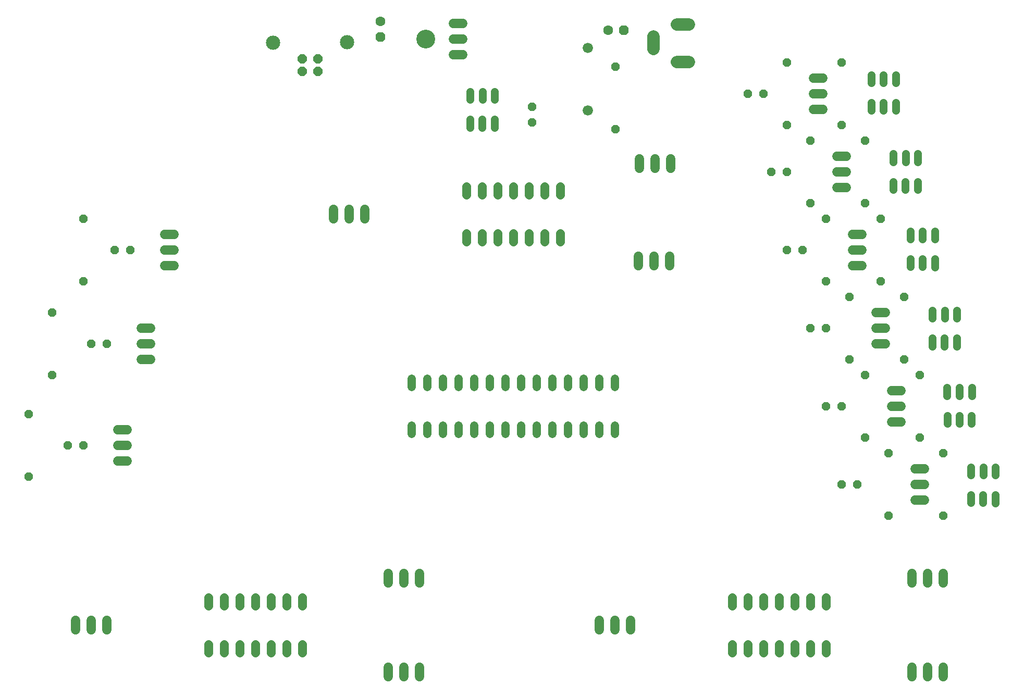
<source format=gbr>
G04 EAGLE Gerber X2 export*
%TF.Part,Single*%
%TF.FileFunction,Copper,L1,Top,Mixed*%
%TF.FilePolarity,Positive*%
%TF.GenerationSoftware,Autodesk,EAGLE,9.0.0*%
%TF.CreationDate,2019-05-23T14:05:43Z*%
G75*
%MOMM*%
%FSLAX34Y34*%
%LPD*%
%AMOC8*
5,1,8,0,0,1.08239X$1,22.5*%
G01*
%ADD10C,1.320800*%
%ADD11C,1.408000*%
%ADD12P,1.429621X8X112.500000*%
%ADD13C,1.524000*%
%ADD14P,1.429621X8X22.500000*%
%ADD15P,1.429621X8X292.500000*%
%ADD16C,1.308000*%
%ADD17P,1.578125X8X202.500000*%
%ADD18C,2.000000*%
%ADD19C,1.676400*%
%ADD20P,1.732040X8X22.500000*%
%ADD21C,1.600200*%
%ADD22P,1.732040X8X292.500000*%
%ADD23C,3.048000*%
%ADD24C,2.316000*%


D10*
X1333500Y743204D02*
X1333500Y729996D01*
X1308100Y729996D02*
X1308100Y743204D01*
X1282700Y743204D02*
X1282700Y729996D01*
X1257300Y729996D02*
X1257300Y743204D01*
X1231900Y743204D02*
X1231900Y729996D01*
X1206500Y729996D02*
X1206500Y743204D01*
X1181100Y743204D02*
X1181100Y729996D01*
X1155700Y729996D02*
X1155700Y743204D01*
X1130300Y743204D02*
X1130300Y729996D01*
X1104900Y729996D02*
X1104900Y743204D01*
X1079500Y743204D02*
X1079500Y729996D01*
X1054100Y729996D02*
X1054100Y743204D01*
X1028700Y743204D02*
X1028700Y729996D01*
X1003300Y729996D02*
X1003300Y743204D01*
X1003300Y667004D02*
X1003300Y653796D01*
X1028700Y653796D02*
X1028700Y667004D01*
X1054100Y667004D02*
X1054100Y653796D01*
X1079500Y653796D02*
X1079500Y667004D01*
X1104900Y667004D02*
X1104900Y653796D01*
X1130300Y653796D02*
X1130300Y667004D01*
X1155700Y667004D02*
X1155700Y653796D01*
X1181100Y653796D02*
X1181100Y667004D01*
X1206500Y667004D02*
X1206500Y653796D01*
X1231900Y653796D02*
X1231900Y667004D01*
X1257300Y667004D02*
X1257300Y653796D01*
X1282700Y653796D02*
X1282700Y667004D01*
X1308100Y667004D02*
X1308100Y653796D01*
X1333500Y653796D02*
X1333500Y667004D01*
D11*
X1092200Y965780D02*
X1092200Y979860D01*
X1117600Y979860D02*
X1117600Y965780D01*
X1143000Y965780D02*
X1143000Y979860D01*
X1168400Y979860D02*
X1168400Y965780D01*
X1193800Y965780D02*
X1193800Y979860D01*
X1219200Y979860D02*
X1219200Y965780D01*
X1244600Y965780D02*
X1244600Y979860D01*
X1244600Y1041980D02*
X1244600Y1056060D01*
X1219200Y1056060D02*
X1219200Y1041980D01*
X1193800Y1041980D02*
X1193800Y1056060D01*
X1168400Y1056060D02*
X1168400Y1041980D01*
X1143000Y1041980D02*
X1143000Y1056060D01*
X1117600Y1056060D02*
X1117600Y1041980D01*
X1092200Y1041980D02*
X1092200Y1056060D01*
X673100Y311840D02*
X673100Y297760D01*
X698500Y297760D02*
X698500Y311840D01*
X723900Y311840D02*
X723900Y297760D01*
X749300Y297760D02*
X749300Y311840D01*
X774700Y311840D02*
X774700Y297760D01*
X800100Y297760D02*
X800100Y311840D01*
X825500Y311840D02*
X825500Y297760D01*
X825500Y373960D02*
X825500Y388040D01*
X800100Y388040D02*
X800100Y373960D01*
X774700Y373960D02*
X774700Y388040D01*
X749300Y388040D02*
X749300Y373960D01*
X723900Y373960D02*
X723900Y388040D01*
X698500Y388040D02*
X698500Y373960D01*
X673100Y373960D02*
X673100Y388040D01*
X1524000Y311840D02*
X1524000Y297760D01*
X1549400Y297760D02*
X1549400Y311840D01*
X1574800Y311840D02*
X1574800Y297760D01*
X1600200Y297760D02*
X1600200Y311840D01*
X1625600Y311840D02*
X1625600Y297760D01*
X1651000Y297760D02*
X1651000Y311840D01*
X1676400Y311840D02*
X1676400Y297760D01*
X1676400Y373960D02*
X1676400Y388040D01*
X1651000Y388040D02*
X1651000Y373960D01*
X1625600Y373960D02*
X1625600Y388040D01*
X1600200Y388040D02*
X1600200Y373960D01*
X1574800Y373960D02*
X1574800Y388040D01*
X1549400Y388040D02*
X1549400Y373960D01*
X1524000Y373960D02*
X1524000Y388040D01*
D12*
X1333856Y1149119D03*
X1333856Y1250719D03*
X1198593Y1160157D03*
X1198593Y1185557D03*
D13*
X965200Y426720D02*
X965200Y411480D01*
X990600Y411480D02*
X990600Y426720D01*
X1016000Y426720D02*
X1016000Y411480D01*
X965200Y274320D02*
X965200Y259080D01*
X990600Y259080D02*
X990600Y274320D01*
X1016000Y274320D02*
X1016000Y259080D01*
X1816100Y411480D02*
X1816100Y426720D01*
X1841500Y426720D02*
X1841500Y411480D01*
X1866900Y411480D02*
X1866900Y426720D01*
X1816100Y274320D02*
X1816100Y259080D01*
X1841500Y259080D02*
X1841500Y274320D01*
X1866900Y274320D02*
X1866900Y259080D01*
X1371600Y927100D02*
X1371600Y942340D01*
X1397000Y942340D02*
X1397000Y927100D01*
X1422400Y927100D02*
X1422400Y942340D01*
X1372794Y1085871D02*
X1372794Y1101111D01*
X1398194Y1101111D02*
X1398194Y1085871D01*
X1423594Y1085871D02*
X1423594Y1101111D01*
D14*
X444500Y635000D03*
X469900Y635000D03*
X482600Y800100D03*
X508000Y800100D03*
X520700Y952500D03*
X546100Y952500D03*
D15*
X381000Y685800D03*
X381000Y584200D03*
X419100Y850900D03*
X419100Y749300D03*
D12*
X469900Y901700D03*
X469900Y1003300D03*
D13*
X601980Y927100D02*
X617220Y927100D01*
X617220Y952500D02*
X601980Y952500D01*
X601980Y977900D02*
X617220Y977900D01*
X579120Y774700D02*
X563880Y774700D01*
X563880Y800100D02*
X579120Y800100D01*
X579120Y825500D02*
X563880Y825500D01*
X541020Y609600D02*
X525780Y609600D01*
X525780Y635000D02*
X541020Y635000D01*
X541020Y660400D02*
X525780Y660400D01*
X876300Y1003300D02*
X876300Y1018540D01*
X901700Y1018540D02*
X901700Y1003300D01*
X927100Y1003300D02*
X927100Y1018540D01*
X457200Y350520D02*
X457200Y335280D01*
X482600Y335280D02*
X482600Y350520D01*
X508000Y350520D02*
X508000Y335280D01*
X1308100Y335280D02*
X1308100Y350520D01*
X1333500Y350520D02*
X1333500Y335280D01*
X1358900Y335280D02*
X1358900Y350520D01*
D14*
X1612900Y952500D03*
X1638300Y952500D03*
X1587500Y1079500D03*
X1612900Y1079500D03*
X1549400Y1206500D03*
X1574800Y1206500D03*
D15*
X1676400Y1003300D03*
X1676400Y901700D03*
X1651000Y1130300D03*
X1651000Y1028700D03*
X1612900Y1257300D03*
X1612900Y1155700D03*
D13*
X1821180Y596900D02*
X1836420Y596900D01*
X1836420Y571500D02*
X1821180Y571500D01*
X1821180Y546100D02*
X1836420Y546100D01*
X1798320Y723900D02*
X1783080Y723900D01*
X1783080Y698500D02*
X1798320Y698500D01*
X1798320Y673100D02*
X1783080Y673100D01*
X1671320Y1231900D02*
X1656080Y1231900D01*
X1656080Y1206500D02*
X1671320Y1206500D01*
X1671320Y1181100D02*
X1656080Y1181100D01*
D14*
X1701800Y571500D03*
X1727200Y571500D03*
X1676400Y698500D03*
X1701800Y698500D03*
X1651000Y825500D03*
X1676400Y825500D03*
D15*
X1778000Y622300D03*
X1778000Y520700D03*
X1739900Y749300D03*
X1739900Y647700D03*
X1714500Y876300D03*
X1714500Y774700D03*
D13*
X1757680Y850900D02*
X1772920Y850900D01*
X1772920Y825500D02*
X1757680Y825500D01*
X1757680Y800100D02*
X1772920Y800100D01*
X1734820Y977900D02*
X1719580Y977900D01*
X1719580Y952500D02*
X1734820Y952500D01*
X1734820Y927100D02*
X1719580Y927100D01*
X1709420Y1104900D02*
X1694180Y1104900D01*
X1694180Y1079500D02*
X1709420Y1079500D01*
X1709420Y1054100D02*
X1694180Y1054100D01*
D12*
X1866900Y520700D03*
X1866900Y622300D03*
X1828800Y647700D03*
X1828800Y749300D03*
X1803400Y774700D03*
X1803400Y876300D03*
X1765300Y901700D03*
X1765300Y1003300D03*
X1739900Y1028700D03*
X1739900Y1130300D03*
X1701800Y1155700D03*
X1701800Y1257300D03*
D16*
X1749482Y1237390D02*
X1749482Y1224310D01*
X1769482Y1224310D02*
X1769482Y1237390D01*
X1789482Y1237390D02*
X1789482Y1224310D01*
X1749682Y1192290D02*
X1749682Y1179210D01*
X1769182Y1179210D02*
X1769182Y1192290D01*
X1789282Y1192190D02*
X1789282Y1179110D01*
X1785474Y1108911D02*
X1785474Y1095831D01*
X1805474Y1095831D02*
X1805474Y1108911D01*
X1825474Y1108911D02*
X1825474Y1095831D01*
X1785674Y1063811D02*
X1785674Y1050731D01*
X1805174Y1050731D02*
X1805174Y1063811D01*
X1825274Y1063711D02*
X1825274Y1050631D01*
X1813022Y983262D02*
X1813022Y970182D01*
X1833022Y970182D02*
X1833022Y983262D01*
X1853022Y983262D02*
X1853022Y970182D01*
X1813222Y938162D02*
X1813222Y925082D01*
X1832722Y925082D02*
X1832722Y938162D01*
X1852822Y938062D02*
X1852822Y924982D01*
X1849040Y854454D02*
X1849040Y841374D01*
X1869040Y841374D02*
X1869040Y854454D01*
X1889040Y854454D02*
X1889040Y841374D01*
X1849240Y809354D02*
X1849240Y796274D01*
X1868740Y796274D02*
X1868740Y809354D01*
X1888840Y809254D02*
X1888840Y796174D01*
X1873026Y728809D02*
X1873026Y715729D01*
X1893026Y715729D02*
X1893026Y728809D01*
X1913026Y728809D02*
X1913026Y715729D01*
X1873226Y683709D02*
X1873226Y670629D01*
X1892726Y670629D02*
X1892726Y683709D01*
X1912826Y683609D02*
X1912826Y670529D01*
X1911654Y599717D02*
X1911654Y586637D01*
X1931654Y586637D02*
X1931654Y599717D01*
X1951654Y599717D02*
X1951654Y586637D01*
X1911854Y554617D02*
X1911854Y541537D01*
X1931354Y541537D02*
X1931354Y554617D01*
X1951454Y554517D02*
X1951454Y541437D01*
D17*
X825369Y1242888D03*
X850369Y1242888D03*
X850369Y1262888D03*
X825369Y1262888D03*
D18*
X1433901Y1258398D02*
X1453901Y1258398D01*
X1453901Y1319398D02*
X1433901Y1319398D01*
X1395901Y1299398D02*
X1395901Y1279398D01*
D19*
X1289283Y1179095D03*
X1289283Y1280695D03*
D16*
X1137795Y1164975D02*
X1137795Y1151895D01*
X1117795Y1151895D02*
X1117795Y1164975D01*
X1097795Y1164975D02*
X1097795Y1151895D01*
X1137595Y1196995D02*
X1137595Y1210075D01*
X1118095Y1210075D02*
X1118095Y1196995D01*
X1097995Y1197095D02*
X1097995Y1210175D01*
D13*
X1086041Y1270101D02*
X1070801Y1270101D01*
X1070801Y1295501D02*
X1086041Y1295501D01*
X1086041Y1320901D02*
X1070801Y1320901D01*
D20*
X1347482Y1310277D03*
D21*
X1322082Y1310277D03*
D22*
X952217Y1298516D03*
D21*
X952217Y1323916D03*
D23*
X1026047Y1295742D03*
D24*
X897928Y1290071D03*
X777470Y1289922D03*
M02*

</source>
